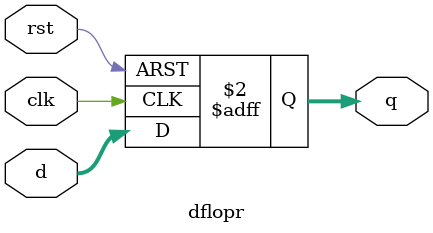
<source format=sv>
module dflopr #(
    parameter WIDTH = 6
)(
    input logic clk, rst,
    input logic [WIDTH-1:0] d,
    output logic [WIDTH-1:0] q
);

    always_ff@(posedge clk, posedge rst) begin
        if(rst) begin
            q <= 0;
        end else begin
            q<=d;
        end
    end
endmodule



</source>
